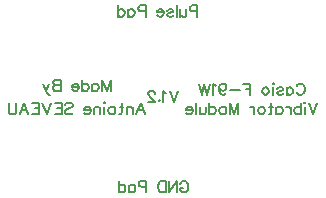
<source format=gbo>
G04 Layer: BottomSilkscreenLayer*
G04 EasyEDA v6.5.15, 2022-10-03 21:12:50*
G04 fb6dd305ba754b819a97ba8624fd114e,51c7c353d140458ba7ebdfa259124d39,10*
G04 Gerber Generator version 0.2*
G04 Scale: 100 percent, Rotated: No, Reflected: No *
G04 Dimensions in millimeters *
G04 leading zeros omitted , absolute positions ,4 integer and 5 decimal *
%FSLAX45Y45*%
%MOMM*%

%ADD10C,0.1800*%
%ADD11C,0.1600*%

%LPD*%
D10*
X147726Y-709218D02*
G01*
X152270Y-700128D01*
X161361Y-691037D01*
X170451Y-686490D01*
X188635Y-686490D01*
X197726Y-691037D01*
X206816Y-700128D01*
X211361Y-709218D01*
X215907Y-722853D01*
X215907Y-745581D01*
X211361Y-759218D01*
X206816Y-768309D01*
X197726Y-777400D01*
X188635Y-781946D01*
X170451Y-781946D01*
X161361Y-777400D01*
X152270Y-768309D01*
X147726Y-759218D01*
X147726Y-745581D01*
X170451Y-745581D02*
G01*
X147726Y-745581D01*
X117726Y-686490D02*
G01*
X117726Y-781946D01*
X117726Y-686490D02*
G01*
X54089Y-781946D01*
X54089Y-686490D02*
G01*
X54089Y-781946D01*
X24089Y-686490D02*
G01*
X24089Y-781946D01*
X24089Y-686490D02*
G01*
X-7729Y-686490D01*
X-21363Y-691037D01*
X-30454Y-700128D01*
X-35001Y-709218D01*
X-39547Y-722853D01*
X-39547Y-745581D01*
X-35001Y-759218D01*
X-30454Y-768309D01*
X-21363Y-777400D01*
X-7729Y-781946D01*
X24089Y-781946D01*
X-139547Y-686490D02*
G01*
X-139547Y-781946D01*
X-139547Y-686490D02*
G01*
X-180454Y-686490D01*
X-194091Y-691037D01*
X-198638Y-695581D01*
X-203182Y-704672D01*
X-203182Y-718309D01*
X-198638Y-727400D01*
X-194091Y-731946D01*
X-180454Y-736490D01*
X-139547Y-736490D01*
X-287728Y-718309D02*
G01*
X-287728Y-781946D01*
X-287728Y-731946D02*
G01*
X-278637Y-722853D01*
X-269547Y-718309D01*
X-255910Y-718309D01*
X-246819Y-722853D01*
X-237728Y-731946D01*
X-233182Y-745581D01*
X-233182Y-754672D01*
X-237728Y-768309D01*
X-246819Y-777400D01*
X-255910Y-781946D01*
X-269547Y-781946D01*
X-278637Y-777400D01*
X-287728Y-768309D01*
X-372272Y-686490D02*
G01*
X-372272Y-781946D01*
X-372272Y-731946D02*
G01*
X-363181Y-722853D01*
X-354091Y-718309D01*
X-340453Y-718309D01*
X-331363Y-722853D01*
X-322272Y-731946D01*
X-317728Y-745581D01*
X-317728Y-754672D01*
X-322272Y-768309D01*
X-331363Y-777400D01*
X-340453Y-781946D01*
X-354091Y-781946D01*
X-363181Y-777400D01*
X-372272Y-768309D01*
X292094Y799409D02*
G01*
X292094Y703953D01*
X292094Y799409D02*
G01*
X251185Y799409D01*
X237548Y794862D01*
X233004Y790318D01*
X228457Y781227D01*
X228457Y767590D01*
X233004Y758499D01*
X237548Y753953D01*
X251185Y749409D01*
X292094Y749409D01*
X198457Y767590D02*
G01*
X198457Y722137D01*
X193913Y708499D01*
X184823Y703953D01*
X171185Y703953D01*
X162095Y708499D01*
X148457Y722137D01*
X148457Y767590D02*
G01*
X148457Y703953D01*
X118457Y799409D02*
G01*
X118457Y703953D01*
X38458Y753953D02*
G01*
X43004Y763046D01*
X56639Y767590D01*
X70276Y767590D01*
X83913Y763046D01*
X88458Y753953D01*
X83913Y744862D01*
X74823Y740318D01*
X52095Y735771D01*
X43004Y731227D01*
X38458Y722137D01*
X38458Y717590D01*
X43004Y708499D01*
X56639Y703953D01*
X70276Y703953D01*
X83913Y708499D01*
X88458Y717590D01*
X8458Y740318D02*
G01*
X-46085Y740318D01*
X-46085Y749409D01*
X-41541Y758499D01*
X-36995Y763046D01*
X-27904Y767590D01*
X-14267Y767590D01*
X-5176Y763046D01*
X3914Y753953D01*
X8458Y740318D01*
X8458Y731227D01*
X3914Y717590D01*
X-5176Y708499D01*
X-14267Y703953D01*
X-27904Y703953D01*
X-36995Y708499D01*
X-46085Y717590D01*
X-146085Y799409D02*
G01*
X-146085Y703953D01*
X-146085Y799409D02*
G01*
X-186994Y799409D01*
X-200632Y794862D01*
X-205176Y790318D01*
X-209722Y781227D01*
X-209722Y767590D01*
X-205176Y758499D01*
X-200632Y753953D01*
X-186994Y749409D01*
X-146085Y749409D01*
X-294266Y767590D02*
G01*
X-294266Y703953D01*
X-294266Y753953D02*
G01*
X-285175Y763046D01*
X-276085Y767590D01*
X-262450Y767590D01*
X-253359Y763046D01*
X-244266Y753953D01*
X-239722Y740318D01*
X-239722Y731227D01*
X-244266Y717590D01*
X-253359Y708499D01*
X-262450Y703953D01*
X-276085Y703953D01*
X-285175Y708499D01*
X-294266Y717590D01*
X-378813Y799409D02*
G01*
X-378813Y703953D01*
X-378813Y753953D02*
G01*
X-369722Y763046D01*
X-360631Y767590D01*
X-346994Y767590D01*
X-337903Y763046D01*
X-328813Y753953D01*
X-324266Y740318D01*
X-324266Y731227D01*
X-328813Y717590D01*
X-337903Y708499D01*
X-346994Y703953D01*
X-360631Y703953D01*
X-369722Y708499D01*
X-378813Y717590D01*
D11*
X1132189Y115351D02*
G01*
X1136733Y124442D01*
X1145824Y133532D01*
X1154917Y138079D01*
X1173098Y138079D01*
X1182189Y133532D01*
X1191280Y124442D01*
X1195824Y115351D01*
X1200370Y101716D01*
X1200370Y78988D01*
X1195824Y65351D01*
X1191280Y56261D01*
X1182189Y47170D01*
X1173098Y42623D01*
X1154917Y42623D01*
X1145824Y47170D01*
X1136733Y56261D01*
X1132189Y65351D01*
X1047643Y106260D02*
G01*
X1047643Y42623D01*
X1047643Y92623D02*
G01*
X1056733Y101716D01*
X1065824Y106260D01*
X1079461Y106260D01*
X1088552Y101716D01*
X1097643Y92623D01*
X1102189Y78988D01*
X1102189Y69898D01*
X1097643Y56261D01*
X1088552Y47170D01*
X1079461Y42623D01*
X1065824Y42623D01*
X1056733Y47170D01*
X1047643Y56261D01*
X967643Y92623D02*
G01*
X972190Y101716D01*
X985824Y106260D01*
X999462Y106260D01*
X1013099Y101716D01*
X1017643Y92623D01*
X1013099Y83532D01*
X1004008Y78988D01*
X981280Y74442D01*
X972190Y69898D01*
X967643Y60807D01*
X967643Y56261D01*
X972190Y47170D01*
X985824Y42623D01*
X999462Y42623D01*
X1013099Y47170D01*
X1017643Y56261D01*
X937643Y138079D02*
G01*
X933099Y133532D01*
X928552Y138079D01*
X933099Y142623D01*
X937643Y138079D01*
X933099Y106260D02*
G01*
X933099Y42623D01*
X875825Y106260D02*
G01*
X884918Y101716D01*
X894008Y92623D01*
X898552Y78988D01*
X898552Y69898D01*
X894008Y56261D01*
X884918Y47170D01*
X875825Y42623D01*
X862190Y42623D01*
X853099Y47170D01*
X844008Y56261D01*
X839462Y69898D01*
X839462Y78988D01*
X844008Y92623D01*
X853099Y101716D01*
X862190Y106260D01*
X875825Y106260D01*
X739462Y138079D02*
G01*
X739462Y42623D01*
X739462Y138079D02*
G01*
X680372Y138079D01*
X739462Y92623D02*
G01*
X703099Y92623D01*
X650372Y83532D02*
G01*
X568553Y83532D01*
X479463Y106260D02*
G01*
X484009Y92623D01*
X493100Y83532D01*
X506735Y78988D01*
X511281Y78988D01*
X524918Y83532D01*
X534009Y92623D01*
X538553Y106260D01*
X538553Y110807D01*
X534009Y124442D01*
X524918Y133532D01*
X511281Y138079D01*
X506735Y138079D01*
X493100Y133532D01*
X484009Y124442D01*
X479463Y106260D01*
X479463Y83532D01*
X484009Y60807D01*
X493100Y47170D01*
X506735Y42623D01*
X515825Y42623D01*
X529462Y47170D01*
X534009Y56261D01*
X449463Y119898D02*
G01*
X440372Y124442D01*
X426735Y138079D01*
X426735Y42623D01*
X396735Y138079D02*
G01*
X374009Y42623D01*
X351281Y138079D02*
G01*
X374009Y42623D01*
X351281Y138079D02*
G01*
X328554Y42623D01*
X305826Y138079D02*
G01*
X328554Y42623D01*
X-439216Y169895D02*
G01*
X-439216Y74439D01*
X-439216Y169895D02*
G01*
X-475581Y74439D01*
X-511944Y169895D02*
G01*
X-475581Y74439D01*
X-511944Y169895D02*
G01*
X-511944Y74439D01*
X-596488Y138076D02*
G01*
X-596488Y74439D01*
X-596488Y124439D02*
G01*
X-587397Y133532D01*
X-578307Y138076D01*
X-564672Y138076D01*
X-555581Y133532D01*
X-546488Y124439D01*
X-541944Y110804D01*
X-541944Y101714D01*
X-546488Y88077D01*
X-555581Y78986D01*
X-564672Y74439D01*
X-578307Y74439D01*
X-587397Y78986D01*
X-596488Y88077D01*
X-681034Y169895D02*
G01*
X-681034Y74439D01*
X-681034Y124439D02*
G01*
X-671944Y133532D01*
X-662853Y138076D01*
X-649216Y138076D01*
X-640125Y133532D01*
X-631035Y124439D01*
X-626488Y110804D01*
X-626488Y101714D01*
X-631035Y88077D01*
X-640125Y78986D01*
X-649216Y74439D01*
X-662853Y74439D01*
X-671944Y78986D01*
X-681034Y88077D01*
X-711034Y110804D02*
G01*
X-765581Y110804D01*
X-765581Y119895D01*
X-761034Y128986D01*
X-756488Y133532D01*
X-747397Y138076D01*
X-733762Y138076D01*
X-724672Y133532D01*
X-715581Y124439D01*
X-711034Y110804D01*
X-711034Y101714D01*
X-715581Y88077D01*
X-724672Y78986D01*
X-733762Y74439D01*
X-747397Y74439D01*
X-756488Y78986D01*
X-765581Y88077D01*
X-865581Y169895D02*
G01*
X-865581Y74439D01*
X-865581Y169895D02*
G01*
X-906487Y169895D01*
X-920125Y165348D01*
X-924671Y160804D01*
X-929215Y151714D01*
X-929215Y142623D01*
X-924671Y133532D01*
X-920125Y128986D01*
X-906487Y124439D01*
X-865581Y124439D02*
G01*
X-906487Y124439D01*
X-920125Y119895D01*
X-924671Y115349D01*
X-929215Y106258D01*
X-929215Y92623D01*
X-924671Y83532D01*
X-920125Y78986D01*
X-906487Y74439D01*
X-865581Y74439D01*
X-963762Y138076D02*
G01*
X-991034Y74439D01*
X-1018306Y138076D02*
G01*
X-991034Y74439D01*
X-981943Y56258D01*
X-972853Y47167D01*
X-963762Y42623D01*
X-959215Y42623D01*
X-188765Y-26080D02*
G01*
X-152400Y-121536D01*
X-188765Y-26080D02*
G01*
X-225127Y-121536D01*
X-166037Y-89717D02*
G01*
X-211490Y-89717D01*
X-255127Y-57899D02*
G01*
X-255127Y-121536D01*
X-255127Y-76080D02*
G01*
X-268765Y-62443D01*
X-277855Y-57899D01*
X-291490Y-57899D01*
X-300581Y-62443D01*
X-305127Y-76080D01*
X-305127Y-121536D01*
X-348764Y-26080D02*
G01*
X-348764Y-103352D01*
X-353308Y-116989D01*
X-362399Y-121536D01*
X-371490Y-121536D01*
X-335127Y-57899D02*
G01*
X-366946Y-57899D01*
X-424218Y-57899D02*
G01*
X-415127Y-62443D01*
X-406036Y-71536D01*
X-401490Y-85171D01*
X-401490Y-94261D01*
X-406036Y-107899D01*
X-415127Y-116989D01*
X-424218Y-121536D01*
X-437855Y-121536D01*
X-446946Y-116989D01*
X-456036Y-107899D01*
X-460580Y-94261D01*
X-460580Y-85171D01*
X-456036Y-71536D01*
X-446946Y-62443D01*
X-437855Y-57899D01*
X-424218Y-57899D01*
X-490580Y-26080D02*
G01*
X-495127Y-30627D01*
X-499673Y-26080D01*
X-495127Y-21536D01*
X-490580Y-26080D01*
X-495127Y-57899D02*
G01*
X-495127Y-121536D01*
X-529673Y-57899D02*
G01*
X-529673Y-121536D01*
X-529673Y-76080D02*
G01*
X-543308Y-62443D01*
X-552399Y-57899D01*
X-566036Y-57899D01*
X-575127Y-62443D01*
X-579673Y-76080D01*
X-579673Y-121536D01*
X-609673Y-85171D02*
G01*
X-664217Y-85171D01*
X-664217Y-76080D01*
X-659673Y-66989D01*
X-655126Y-62443D01*
X-646036Y-57899D01*
X-632399Y-57899D01*
X-623308Y-62443D01*
X-614217Y-71536D01*
X-609673Y-85171D01*
X-609673Y-94261D01*
X-614217Y-107899D01*
X-623308Y-116989D01*
X-632399Y-121536D01*
X-646036Y-121536D01*
X-655126Y-116989D01*
X-664217Y-107899D01*
X-827854Y-39717D02*
G01*
X-818763Y-30627D01*
X-805126Y-26080D01*
X-786945Y-26080D01*
X-773308Y-30627D01*
X-764217Y-39717D01*
X-764217Y-48808D01*
X-768764Y-57899D01*
X-773308Y-62443D01*
X-782398Y-66989D01*
X-809673Y-76080D01*
X-818763Y-80627D01*
X-823307Y-85171D01*
X-827854Y-94261D01*
X-827854Y-107899D01*
X-818763Y-116989D01*
X-805126Y-121536D01*
X-786945Y-121536D01*
X-773308Y-116989D01*
X-764217Y-107899D01*
X-857854Y-26080D02*
G01*
X-857854Y-121536D01*
X-857854Y-26080D02*
G01*
X-916945Y-26080D01*
X-857854Y-71536D02*
G01*
X-894217Y-71536D01*
X-857854Y-121536D02*
G01*
X-916945Y-121536D01*
X-946945Y-26080D02*
G01*
X-983307Y-121536D01*
X-1019672Y-26080D02*
G01*
X-983307Y-121536D01*
X-1049672Y-26080D02*
G01*
X-1049672Y-121536D01*
X-1049672Y-26080D02*
G01*
X-1108763Y-26080D01*
X-1049672Y-71536D02*
G01*
X-1086035Y-71536D01*
X-1049672Y-121536D02*
G01*
X-1108763Y-121536D01*
X-1175125Y-26080D02*
G01*
X-1138763Y-121536D01*
X-1175125Y-26080D02*
G01*
X-1211488Y-121536D01*
X-1152397Y-89717D02*
G01*
X-1197853Y-89717D01*
X-1241488Y-26080D02*
G01*
X-1241488Y-94261D01*
X-1246035Y-107899D01*
X-1255125Y-116989D01*
X-1268763Y-121536D01*
X-1277853Y-121536D01*
X-1291488Y-116989D01*
X-1300579Y-107899D01*
X-1305125Y-94261D01*
X-1305125Y-26080D01*
X129082Y75509D02*
G01*
X92720Y-19946D01*
X56354Y75509D02*
G01*
X92720Y-19946D01*
X26355Y57327D02*
G01*
X17264Y61871D01*
X3629Y75509D01*
X3629Y-19946D01*
X-30916Y2781D02*
G01*
X-26370Y-1762D01*
X-30916Y-6309D01*
X-35463Y-1762D01*
X-30916Y2781D01*
X-70007Y52781D02*
G01*
X-70007Y57327D01*
X-74554Y66418D01*
X-79098Y70962D01*
X-88188Y75509D01*
X-106370Y75509D01*
X-115463Y70962D01*
X-120007Y66418D01*
X-124553Y57327D01*
X-124553Y48237D01*
X-120007Y39146D01*
X-110916Y25509D01*
X-65463Y-19946D01*
X-129098Y-19946D01*
X1308097Y-26078D02*
G01*
X1271732Y-121533D01*
X1235369Y-26078D02*
G01*
X1271732Y-121533D01*
X1205369Y-26078D02*
G01*
X1200823Y-30624D01*
X1196279Y-26078D01*
X1200823Y-21534D01*
X1205369Y-26078D01*
X1200823Y-57896D02*
G01*
X1200823Y-121533D01*
X1166279Y-26078D02*
G01*
X1166279Y-121533D01*
X1166279Y-71534D02*
G01*
X1157188Y-62440D01*
X1148097Y-57896D01*
X1134460Y-57896D01*
X1125369Y-62440D01*
X1116279Y-71534D01*
X1111732Y-85168D01*
X1111732Y-94259D01*
X1116279Y-107896D01*
X1125369Y-116987D01*
X1134460Y-121533D01*
X1148097Y-121533D01*
X1157188Y-116987D01*
X1166279Y-107896D01*
X1081732Y-57896D02*
G01*
X1081732Y-121533D01*
X1081732Y-85168D02*
G01*
X1077188Y-71534D01*
X1068097Y-62440D01*
X1059007Y-57896D01*
X1045370Y-57896D01*
X960823Y-57896D02*
G01*
X960823Y-121533D01*
X960823Y-71534D02*
G01*
X969914Y-62440D01*
X979007Y-57896D01*
X992642Y-57896D01*
X1001732Y-62440D01*
X1010823Y-71534D01*
X1015370Y-85168D01*
X1015370Y-94259D01*
X1010823Y-107896D01*
X1001732Y-116987D01*
X992642Y-121533D01*
X979007Y-121533D01*
X969914Y-116987D01*
X960823Y-107896D01*
X917188Y-26078D02*
G01*
X917188Y-103350D01*
X912642Y-116987D01*
X903551Y-121533D01*
X894461Y-121533D01*
X930823Y-57896D02*
G01*
X899007Y-57896D01*
X841733Y-57896D02*
G01*
X850823Y-62440D01*
X859914Y-71534D01*
X864461Y-85168D01*
X864461Y-94259D01*
X859914Y-107896D01*
X850823Y-116987D01*
X841733Y-121533D01*
X828098Y-121533D01*
X819007Y-116987D01*
X809914Y-107896D01*
X805370Y-94259D01*
X805370Y-85168D01*
X809914Y-71534D01*
X819007Y-62440D01*
X828098Y-57896D01*
X841733Y-57896D01*
X775370Y-57896D02*
G01*
X775370Y-121533D01*
X775370Y-85168D02*
G01*
X770823Y-71534D01*
X761733Y-62440D01*
X752642Y-57896D01*
X739007Y-57896D01*
X639008Y-26078D02*
G01*
X639008Y-121533D01*
X639008Y-26078D02*
G01*
X602642Y-121533D01*
X566280Y-26078D02*
G01*
X602642Y-121533D01*
X566280Y-26078D02*
G01*
X566280Y-121533D01*
X513552Y-57896D02*
G01*
X522643Y-62440D01*
X531733Y-71534D01*
X536280Y-85168D01*
X536280Y-94259D01*
X531733Y-107896D01*
X522643Y-116987D01*
X513552Y-121533D01*
X499915Y-121533D01*
X490824Y-116987D01*
X481733Y-107896D01*
X477189Y-94259D01*
X477189Y-85168D01*
X481733Y-71534D01*
X490824Y-62440D01*
X499915Y-57896D01*
X513552Y-57896D01*
X392643Y-26078D02*
G01*
X392643Y-121533D01*
X392643Y-71534D02*
G01*
X401734Y-62440D01*
X410824Y-57896D01*
X424461Y-57896D01*
X433552Y-62440D01*
X442643Y-71534D01*
X447189Y-85168D01*
X447189Y-94259D01*
X442643Y-107896D01*
X433552Y-116987D01*
X424461Y-121533D01*
X410824Y-121533D01*
X401734Y-116987D01*
X392643Y-107896D01*
X362643Y-57896D02*
G01*
X362643Y-103350D01*
X358099Y-116987D01*
X349008Y-121533D01*
X335371Y-121533D01*
X326280Y-116987D01*
X312643Y-103350D01*
X312643Y-57896D02*
G01*
X312643Y-121533D01*
X282643Y-26078D02*
G01*
X282643Y-121533D01*
X252643Y-85168D02*
G01*
X198099Y-85168D01*
X198099Y-76078D01*
X202643Y-66987D01*
X207190Y-62440D01*
X216280Y-57896D01*
X229915Y-57896D01*
X239008Y-62440D01*
X248099Y-71534D01*
X252643Y-85168D01*
X252643Y-94259D01*
X248099Y-107896D01*
X239008Y-116987D01*
X229915Y-121533D01*
X216280Y-121533D01*
X207190Y-116987D01*
X198099Y-107896D01*
M02*

</source>
